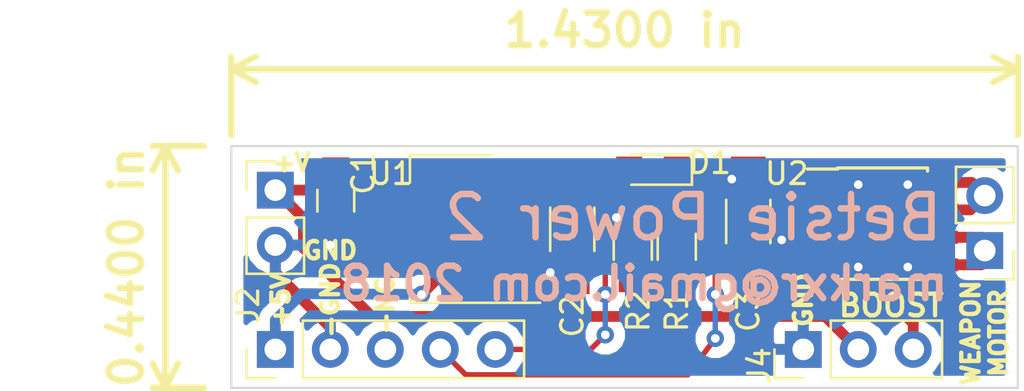
<source format=kicad_pcb>
(kicad_pcb (version 20171130) (host pcbnew "(5.0.1)-3")

  (general
    (thickness 1.6)
    (drawings 17)
    (tracks 88)
    (zones 0)
    (modules 12)
    (nets 12)
  )

  (page A4)
  (title_block
    (title Betsiepower2)
    (date 2018-11-11)
  )

  (layers
    (0 F.Cu signal)
    (31 B.Cu signal)
    (32 B.Adhes user)
    (33 F.Adhes user)
    (34 B.Paste user)
    (35 F.Paste user)
    (36 B.SilkS user)
    (37 F.SilkS user)
    (38 B.Mask user)
    (39 F.Mask user)
    (40 Dwgs.User user)
    (41 Cmts.User user)
    (42 Eco1.User user)
    (43 Eco2.User user)
    (44 Edge.Cuts user)
    (45 Margin user)
    (46 B.CrtYd user)
    (47 F.CrtYd user)
    (48 B.Fab user)
    (49 F.Fab user)
  )

  (setup
    (last_trace_width 0.25)
    (user_trace_width 0.5)
    (trace_clearance 0.2)
    (zone_clearance 0.508)
    (zone_45_only no)
    (trace_min 0.2)
    (segment_width 0.2)
    (edge_width 0.1)
    (via_size 0.8)
    (via_drill 0.4)
    (via_min_size 0.4)
    (via_min_drill 0.3)
    (uvia_size 0.3)
    (uvia_drill 0.1)
    (uvias_allowed no)
    (uvia_min_size 0.2)
    (uvia_min_drill 0.1)
    (pcb_text_width 0.3)
    (pcb_text_size 1.5 1.5)
    (mod_edge_width 0.15)
    (mod_text_size 1 1)
    (mod_text_width 0.15)
    (pad_size 0.6 0.6)
    (pad_drill 0.3)
    (pad_to_mask_clearance 0)
    (solder_mask_min_width 0.25)
    (aux_axis_origin 0 0)
    (visible_elements 7FFDFFFF)
    (pcbplotparams
      (layerselection 0x010fc_ffffffff)
      (usegerberextensions false)
      (usegerberattributes false)
      (usegerberadvancedattributes false)
      (creategerberjobfile false)
      (excludeedgelayer true)
      (linewidth 0.100000)
      (plotframeref false)
      (viasonmask false)
      (mode 1)
      (useauxorigin false)
      (hpglpennumber 1)
      (hpglpenspeed 20)
      (hpglpendiameter 15.000000)
      (psnegative false)
      (psa4output false)
      (plotreference true)
      (plotvalue true)
      (plotinvisibletext false)
      (padsonsilk false)
      (subtractmaskfromsilk false)
      (outputformat 1)
      (mirror false)
      (drillshape 0)
      (scaleselection 1)
      (outputdirectory "plot/"))
  )

  (net 0 "")
  (net 1 GND)
  (net 2 VBAT)
  (net 3 VLOGIC)
  (net 4 VWEAPON)
  (net 5 "Net-(D1-Pad1)")
  (net 6 WEAPON_DOWN)
  (net 7 WEAPON_UP)
  (net 8 "Net-(J3-Pad1)")
  (net 9 "Net-(J3-Pad2)")
  (net 10 "Net-(R1-Pad2)")
  (net 11 "Net-(J2-Pad3)")

  (net_class Default "This is the default net class."
    (clearance 0.2)
    (trace_width 0.25)
    (via_dia 0.8)
    (via_drill 0.4)
    (uvia_dia 0.3)
    (uvia_drill 0.1)
    (add_net GND)
    (add_net "Net-(D1-Pad1)")
    (add_net "Net-(J2-Pad3)")
    (add_net "Net-(J3-Pad1)")
    (add_net "Net-(J3-Pad2)")
    (add_net "Net-(R1-Pad2)")
    (add_net VBAT)
    (add_net VLOGIC)
    (add_net VWEAPON)
    (add_net WEAPON_DOWN)
    (add_net WEAPON_UP)
  )

  (net_class fat ""
    (clearance 0.2)
    (trace_width 0.5)
    (via_dia 0.8)
    (via_drill 0.4)
    (uvia_dia 0.3)
    (uvia_drill 0.1)
  )

  (module Capacitors_SMD:C_0805_HandSoldering (layer F.Cu) (tedit 58AA84A8) (tstamp 5BE54E76)
    (at 137.16 92.182 270)
    (descr "Capacitor SMD 0805, hand soldering")
    (tags "capacitor 0805")
    (path /5BE49D98)
    (attr smd)
    (fp_text reference C1 (at -1.25 -1.27 270) (layer F.SilkS)
      (effects (font (size 1 1) (thickness 0.15)))
    )
    (fp_text value 10uF (at 0 1.75 270) (layer F.Fab)
      (effects (font (size 1 1) (thickness 0.15)))
    )
    (fp_line (start 2.25 0.87) (end -2.25 0.87) (layer F.CrtYd) (width 0.05))
    (fp_line (start 2.25 0.87) (end 2.25 -0.88) (layer F.CrtYd) (width 0.05))
    (fp_line (start -2.25 -0.88) (end -2.25 0.87) (layer F.CrtYd) (width 0.05))
    (fp_line (start -2.25 -0.88) (end 2.25 -0.88) (layer F.CrtYd) (width 0.05))
    (fp_line (start -0.5 0.85) (end 0.5 0.85) (layer F.SilkS) (width 0.12))
    (fp_line (start 0.5 -0.85) (end -0.5 -0.85) (layer F.SilkS) (width 0.12))
    (fp_line (start -1 -0.62) (end 1 -0.62) (layer F.Fab) (width 0.1))
    (fp_line (start 1 -0.62) (end 1 0.62) (layer F.Fab) (width 0.1))
    (fp_line (start 1 0.62) (end -1 0.62) (layer F.Fab) (width 0.1))
    (fp_line (start -1 0.62) (end -1 -0.62) (layer F.Fab) (width 0.1))
    (fp_text user %R (at 0 -1.75 270) (layer F.Fab)
      (effects (font (size 1 1) (thickness 0.15)))
    )
    (pad 2 smd rect (at 1.25 0 270) (size 1.5 1.25) (layers F.Cu F.Paste F.Mask)
      (net 1 GND))
    (pad 1 smd rect (at -1.25 0 270) (size 1.5 1.25) (layers F.Cu F.Paste F.Mask)
      (net 2 VBAT))
    (model Capacitors_SMD.3dshapes/C_0805.wrl
      (at (xyz 0 0 0))
      (scale (xyz 1 1 1))
      (rotate (xyz 0 0 0))
    )
  )

  (module Capacitors_SMD:C_1206_HandSoldering (layer F.Cu) (tedit 58AA84D1) (tstamp 5BE548CC)
    (at 148.082 93.504 270)
    (descr "Capacitor SMD 1206, hand soldering")
    (tags "capacitor 1206")
    (path /5BE4A034)
    (attr smd)
    (fp_text reference C2 (at 4.032 0 270) (layer F.SilkS)
      (effects (font (size 1 1) (thickness 0.15)))
    )
    (fp_text value 47uF (at 0 2 270) (layer F.Fab)
      (effects (font (size 1 1) (thickness 0.15)))
    )
    (fp_line (start 3.25 1.05) (end -3.25 1.05) (layer F.CrtYd) (width 0.05))
    (fp_line (start 3.25 1.05) (end 3.25 -1.05) (layer F.CrtYd) (width 0.05))
    (fp_line (start -3.25 -1.05) (end -3.25 1.05) (layer F.CrtYd) (width 0.05))
    (fp_line (start -3.25 -1.05) (end 3.25 -1.05) (layer F.CrtYd) (width 0.05))
    (fp_line (start -1 1.02) (end 1 1.02) (layer F.SilkS) (width 0.12))
    (fp_line (start 1 -1.02) (end -1 -1.02) (layer F.SilkS) (width 0.12))
    (fp_line (start -1.6 -0.8) (end 1.6 -0.8) (layer F.Fab) (width 0.1))
    (fp_line (start 1.6 -0.8) (end 1.6 0.8) (layer F.Fab) (width 0.1))
    (fp_line (start 1.6 0.8) (end -1.6 0.8) (layer F.Fab) (width 0.1))
    (fp_line (start -1.6 0.8) (end -1.6 -0.8) (layer F.Fab) (width 0.1))
    (fp_text user %R (at 0 -1.75 270) (layer F.Fab)
      (effects (font (size 1 1) (thickness 0.15)))
    )
    (pad 2 smd rect (at 2 0 270) (size 2 1.6) (layers F.Cu F.Paste F.Mask)
      (net 1 GND))
    (pad 1 smd rect (at -2 0 270) (size 2 1.6) (layers F.Cu F.Paste F.Mask)
      (net 3 VLOGIC))
    (model Capacitors_SMD.3dshapes/C_1206.wrl
      (at (xyz 0 0 0))
      (scale (xyz 1 1 1))
      (rotate (xyz 0 0 0))
    )
  )

  (module Capacitors_SMD:C_1206_HandSoldering (layer F.Cu) (tedit 58AA84D1) (tstamp 5BE548DD)
    (at 156.21 93.144 90)
    (descr "Capacitor SMD 1206, hand soldering")
    (tags "capacitor 1206")
    (path /5BE56BBA)
    (attr smd)
    (fp_text reference C3 (at -4.138 0 90) (layer F.SilkS)
      (effects (font (size 1 1) (thickness 0.15)))
    )
    (fp_text value 47uF (at 0 2 90) (layer F.Fab)
      (effects (font (size 1 1) (thickness 0.15)))
    )
    (fp_text user %R (at 0 -1.75 90) (layer F.Fab)
      (effects (font (size 1 1) (thickness 0.15)))
    )
    (fp_line (start -1.6 0.8) (end -1.6 -0.8) (layer F.Fab) (width 0.1))
    (fp_line (start 1.6 0.8) (end -1.6 0.8) (layer F.Fab) (width 0.1))
    (fp_line (start 1.6 -0.8) (end 1.6 0.8) (layer F.Fab) (width 0.1))
    (fp_line (start -1.6 -0.8) (end 1.6 -0.8) (layer F.Fab) (width 0.1))
    (fp_line (start 1 -1.02) (end -1 -1.02) (layer F.SilkS) (width 0.12))
    (fp_line (start -1 1.02) (end 1 1.02) (layer F.SilkS) (width 0.12))
    (fp_line (start -3.25 -1.05) (end 3.25 -1.05) (layer F.CrtYd) (width 0.05))
    (fp_line (start -3.25 -1.05) (end -3.25 1.05) (layer F.CrtYd) (width 0.05))
    (fp_line (start 3.25 1.05) (end 3.25 -1.05) (layer F.CrtYd) (width 0.05))
    (fp_line (start 3.25 1.05) (end -3.25 1.05) (layer F.CrtYd) (width 0.05))
    (pad 1 smd rect (at -2 0 90) (size 2 1.6) (layers F.Cu F.Paste F.Mask)
      (net 4 VWEAPON))
    (pad 2 smd rect (at 2 0 90) (size 2 1.6) (layers F.Cu F.Paste F.Mask)
      (net 1 GND))
    (model Capacitors_SMD.3dshapes/C_1206.wrl
      (at (xyz 0 0 0))
      (scale (xyz 1 1 1))
      (rotate (xyz 0 0 0))
    )
  )

  (module LEDs:LED_0805 (layer F.Cu) (tedit 59959803) (tstamp 5BE548F3)
    (at 151.808 90.744 180)
    (descr "LED 0805 smd package")
    (tags "LED led 0805 SMD smd SMT smt smdled SMDLED smtled SMTLED")
    (path /5BE50E5B)
    (attr smd)
    (fp_text reference D1 (at -2.624 0.32 180) (layer F.SilkS)
      (effects (font (size 1 1) (thickness 0.15)))
    )
    (fp_text value LED (at 0 1.55 180) (layer F.Fab)
      (effects (font (size 1 1) (thickness 0.15)))
    )
    (fp_text user %R (at 0 -1.25 180) (layer F.Fab)
      (effects (font (size 0.4 0.4) (thickness 0.1)))
    )
    (fp_line (start -1.95 -0.85) (end 1.95 -0.85) (layer F.CrtYd) (width 0.05))
    (fp_line (start -1.95 0.85) (end -1.95 -0.85) (layer F.CrtYd) (width 0.05))
    (fp_line (start 1.95 0.85) (end -1.95 0.85) (layer F.CrtYd) (width 0.05))
    (fp_line (start 1.95 -0.85) (end 1.95 0.85) (layer F.CrtYd) (width 0.05))
    (fp_line (start -1.8 -0.7) (end 1 -0.7) (layer F.SilkS) (width 0.12))
    (fp_line (start -1.8 0.7) (end 1 0.7) (layer F.SilkS) (width 0.12))
    (fp_line (start -1 0.6) (end -1 -0.6) (layer F.Fab) (width 0.1))
    (fp_line (start -1 -0.6) (end 1 -0.6) (layer F.Fab) (width 0.1))
    (fp_line (start 1 -0.6) (end 1 0.6) (layer F.Fab) (width 0.1))
    (fp_line (start 1 0.6) (end -1 0.6) (layer F.Fab) (width 0.1))
    (fp_line (start 0.2 -0.4) (end 0.2 0.4) (layer F.Fab) (width 0.1))
    (fp_line (start 0.2 0.4) (end -0.4 0) (layer F.Fab) (width 0.1))
    (fp_line (start -0.4 0) (end 0.2 -0.4) (layer F.Fab) (width 0.1))
    (fp_line (start -0.4 -0.4) (end -0.4 0.4) (layer F.Fab) (width 0.1))
    (fp_line (start -1.8 -0.7) (end -1.8 0.7) (layer F.SilkS) (width 0.12))
    (pad 1 smd rect (at -1.1 0) (size 1.2 1.2) (layers F.Cu F.Paste F.Mask)
      (net 5 "Net-(D1-Pad1)"))
    (pad 2 smd rect (at 1.1 0) (size 1.2 1.2) (layers F.Cu F.Paste F.Mask)
      (net 3 VLOGIC))
    (model ${KISYS3DMOD}/LEDs.3dshapes/LED_0805.wrl
      (at (xyz 0 0 0))
      (scale (xyz 1 1 1))
      (rotate (xyz 0 0 180))
    )
  )

  (module Pin_Headers:Pin_Header_Straight_1x02_Pitch2.54mm (layer F.Cu) (tedit 5BE56B17) (tstamp 5BE54909)
    (at 134.366 91.694)
    (descr "Through hole straight pin header, 1x02, 2.54mm pitch, single row")
    (tags "Through hole pin header THT 1x02 2.54mm single row")
    (path /5BE49BC0)
    (fp_text reference J1 (at 1.524 -1.27) (layer F.SilkS) hide
      (effects (font (size 1 1) (thickness 0.15)))
    )
    (fp_text value Conn_01x02_Male (at 0 4.87) (layer F.Fab)
      (effects (font (size 1 1) (thickness 0.15)))
    )
    (fp_text user %R (at 0 1.27 90) (layer F.Fab)
      (effects (font (size 1 1) (thickness 0.15)))
    )
    (fp_line (start 1.8 -1.8) (end -1.8 -1.8) (layer F.CrtYd) (width 0.05))
    (fp_line (start 1.8 4.35) (end 1.8 -1.8) (layer F.CrtYd) (width 0.05))
    (fp_line (start -1.8 4.35) (end 1.8 4.35) (layer F.CrtYd) (width 0.05))
    (fp_line (start -1.8 -1.8) (end -1.8 4.35) (layer F.CrtYd) (width 0.05))
    (fp_line (start -1.33 -1.33) (end 0 -1.33) (layer F.SilkS) (width 0.12))
    (fp_line (start -1.33 0) (end -1.33 -1.33) (layer F.SilkS) (width 0.12))
    (fp_line (start -1.33 1.27) (end 1.33 1.27) (layer F.SilkS) (width 0.12))
    (fp_line (start 1.33 1.27) (end 1.33 3.87) (layer F.SilkS) (width 0.12))
    (fp_line (start -1.33 1.27) (end -1.33 3.87) (layer F.SilkS) (width 0.12))
    (fp_line (start -1.33 3.87) (end 1.33 3.87) (layer F.SilkS) (width 0.12))
    (fp_line (start -1.27 -0.635) (end -0.635 -1.27) (layer F.Fab) (width 0.1))
    (fp_line (start -1.27 3.81) (end -1.27 -0.635) (layer F.Fab) (width 0.1))
    (fp_line (start 1.27 3.81) (end -1.27 3.81) (layer F.Fab) (width 0.1))
    (fp_line (start 1.27 -1.27) (end 1.27 3.81) (layer F.Fab) (width 0.1))
    (fp_line (start -0.635 -1.27) (end 1.27 -1.27) (layer F.Fab) (width 0.1))
    (pad 2 thru_hole oval (at 0 2.54) (size 1.7 1.7) (drill 1) (layers *.Cu *.Mask)
      (net 1 GND))
    (pad 1 thru_hole rect (at 0 0) (size 1.7 1.7) (drill 1) (layers *.Cu *.Mask)
      (net 2 VBAT))
    (model ${KISYS3DMOD}/Pin_Headers.3dshapes/Pin_Header_Straight_1x02_Pitch2.54mm.wrl
      (at (xyz 0 0 0))
      (scale (xyz 1 1 1))
      (rotate (xyz 0 0 0))
    )
  )

  (module Pin_Headers:Pin_Header_Straight_1x05_Pitch2.54mm (layer F.Cu) (tedit 59650532) (tstamp 5BE54922)
    (at 134.366 99.06 90)
    (descr "Through hole straight pin header, 1x05, 2.54mm pitch, single row")
    (tags "Through hole pin header THT 1x05 2.54mm single row")
    (path /5BE4B052)
    (fp_text reference J2 (at 2.032 -1.27 90) (layer F.SilkS)
      (effects (font (size 1 1) (thickness 0.15)))
    )
    (fp_text value Conn_01x05_Male (at 0 12.49 90) (layer F.Fab)
      (effects (font (size 1 1) (thickness 0.15)))
    )
    (fp_text user %R (at 0 5.08 180) (layer F.Fab)
      (effects (font (size 1 1) (thickness 0.15)))
    )
    (fp_line (start 1.8 -1.8) (end -1.8 -1.8) (layer F.CrtYd) (width 0.05))
    (fp_line (start 1.8 11.95) (end 1.8 -1.8) (layer F.CrtYd) (width 0.05))
    (fp_line (start -1.8 11.95) (end 1.8 11.95) (layer F.CrtYd) (width 0.05))
    (fp_line (start -1.8 -1.8) (end -1.8 11.95) (layer F.CrtYd) (width 0.05))
    (fp_line (start -1.33 -1.33) (end 0 -1.33) (layer F.SilkS) (width 0.12))
    (fp_line (start -1.33 0) (end -1.33 -1.33) (layer F.SilkS) (width 0.12))
    (fp_line (start -1.33 1.27) (end 1.33 1.27) (layer F.SilkS) (width 0.12))
    (fp_line (start 1.33 1.27) (end 1.33 11.49) (layer F.SilkS) (width 0.12))
    (fp_line (start -1.33 1.27) (end -1.33 11.49) (layer F.SilkS) (width 0.12))
    (fp_line (start -1.33 11.49) (end 1.33 11.49) (layer F.SilkS) (width 0.12))
    (fp_line (start -1.27 -0.635) (end -0.635 -1.27) (layer F.Fab) (width 0.1))
    (fp_line (start -1.27 11.43) (end -1.27 -0.635) (layer F.Fab) (width 0.1))
    (fp_line (start 1.27 11.43) (end -1.27 11.43) (layer F.Fab) (width 0.1))
    (fp_line (start 1.27 -1.27) (end 1.27 11.43) (layer F.Fab) (width 0.1))
    (fp_line (start -0.635 -1.27) (end 1.27 -1.27) (layer F.Fab) (width 0.1))
    (pad 5 thru_hole oval (at 0 10.16 90) (size 1.7 1.7) (drill 1) (layers *.Cu *.Mask)
      (net 6 WEAPON_DOWN))
    (pad 4 thru_hole oval (at 0 7.62 90) (size 1.7 1.7) (drill 1) (layers *.Cu *.Mask)
      (net 7 WEAPON_UP))
    (pad 3 thru_hole oval (at 0 5.08 90) (size 1.7 1.7) (drill 1) (layers *.Cu *.Mask)
      (net 11 "Net-(J2-Pad3)"))
    (pad 2 thru_hole oval (at 0 2.54 90) (size 1.7 1.7) (drill 1) (layers *.Cu *.Mask)
      (net 1 GND))
    (pad 1 thru_hole rect (at 0 0 90) (size 1.7 1.7) (drill 1) (layers *.Cu *.Mask)
      (net 3 VLOGIC))
    (model ${KISYS3DMOD}/Pin_Headers.3dshapes/Pin_Header_Straight_1x05_Pitch2.54mm.wrl
      (at (xyz 0 0 0))
      (scale (xyz 1 1 1))
      (rotate (xyz 0 0 0))
    )
  )

  (module Pin_Headers:Pin_Header_Straight_1x02_Pitch2.54mm (layer F.Cu) (tedit 5BE56B3F) (tstamp 5BE5F7A2)
    (at 167.132 94.488 180)
    (descr "Through hole straight pin header, 1x02, 2.54mm pitch, single row")
    (tags "Through hole pin header THT 1x02 2.54mm single row")
    (path /5BE516BA)
    (fp_text reference J3 (at 0 -2.33 180) (layer F.SilkS) hide
      (effects (font (size 1 1) (thickness 0.15)))
    )
    (fp_text value Conn_01x02_Male (at 0 4.87 180) (layer F.Fab)
      (effects (font (size 1 1) (thickness 0.15)))
    )
    (fp_text user %R (at 0 1.27 270) (layer F.Fab)
      (effects (font (size 1 1) (thickness 0.15)))
    )
    (fp_line (start 1.8 -1.8) (end -1.8 -1.8) (layer F.CrtYd) (width 0.05))
    (fp_line (start 1.8 4.35) (end 1.8 -1.8) (layer F.CrtYd) (width 0.05))
    (fp_line (start -1.8 4.35) (end 1.8 4.35) (layer F.CrtYd) (width 0.05))
    (fp_line (start -1.8 -1.8) (end -1.8 4.35) (layer F.CrtYd) (width 0.05))
    (fp_line (start -1.33 -1.33) (end 0 -1.33) (layer F.SilkS) (width 0.12))
    (fp_line (start -1.33 0) (end -1.33 -1.33) (layer F.SilkS) (width 0.12))
    (fp_line (start -1.33 1.27) (end 1.33 1.27) (layer F.SilkS) (width 0.12))
    (fp_line (start 1.33 1.27) (end 1.33 3.87) (layer F.SilkS) (width 0.12))
    (fp_line (start -1.33 1.27) (end -1.33 3.87) (layer F.SilkS) (width 0.12))
    (fp_line (start -1.33 3.87) (end 1.33 3.87) (layer F.SilkS) (width 0.12))
    (fp_line (start -1.27 -0.635) (end -0.635 -1.27) (layer F.Fab) (width 0.1))
    (fp_line (start -1.27 3.81) (end -1.27 -0.635) (layer F.Fab) (width 0.1))
    (fp_line (start 1.27 3.81) (end -1.27 3.81) (layer F.Fab) (width 0.1))
    (fp_line (start 1.27 -1.27) (end 1.27 3.81) (layer F.Fab) (width 0.1))
    (fp_line (start -0.635 -1.27) (end 1.27 -1.27) (layer F.Fab) (width 0.1))
    (pad 2 thru_hole oval (at 0 2.54 180) (size 1.7 1.7) (drill 1) (layers *.Cu *.Mask)
      (net 9 "Net-(J3-Pad2)"))
    (pad 1 thru_hole rect (at 0 0 180) (size 1.7 1.7) (drill 1) (layers *.Cu *.Mask)
      (net 8 "Net-(J3-Pad1)"))
    (model ${KISYS3DMOD}/Pin_Headers.3dshapes/Pin_Header_Straight_1x02_Pitch2.54mm.wrl
      (at (xyz 0 0 0))
      (scale (xyz 1 1 1))
      (rotate (xyz 0 0 0))
    )
  )

  (module Pin_Headers:Pin_Header_Straight_1x03_Pitch2.54mm (layer F.Cu) (tedit 59650532) (tstamp 5BE5494F)
    (at 158.75 99.06 90)
    (descr "Through hole straight pin header, 1x03, 2.54mm pitch, single row")
    (tags "Through hole pin header THT 1x03 2.54mm single row")
    (path /5BE590A4)
    (fp_text reference J4 (at -0.762 -2.032 90) (layer F.SilkS)
      (effects (font (size 1 1) (thickness 0.15)))
    )
    (fp_text value Conn_01x03_Male (at 0 7.41 90) (layer F.Fab)
      (effects (font (size 1 1) (thickness 0.15)))
    )
    (fp_text user %R (at 0 2.54 180) (layer F.Fab)
      (effects (font (size 1 1) (thickness 0.15)))
    )
    (fp_line (start 1.8 -1.8) (end -1.8 -1.8) (layer F.CrtYd) (width 0.05))
    (fp_line (start 1.8 6.85) (end 1.8 -1.8) (layer F.CrtYd) (width 0.05))
    (fp_line (start -1.8 6.85) (end 1.8 6.85) (layer F.CrtYd) (width 0.05))
    (fp_line (start -1.8 -1.8) (end -1.8 6.85) (layer F.CrtYd) (width 0.05))
    (fp_line (start -1.33 -1.33) (end 0 -1.33) (layer F.SilkS) (width 0.12))
    (fp_line (start -1.33 0) (end -1.33 -1.33) (layer F.SilkS) (width 0.12))
    (fp_line (start -1.33 1.27) (end 1.33 1.27) (layer F.SilkS) (width 0.12))
    (fp_line (start 1.33 1.27) (end 1.33 6.41) (layer F.SilkS) (width 0.12))
    (fp_line (start -1.33 1.27) (end -1.33 6.41) (layer F.SilkS) (width 0.12))
    (fp_line (start -1.33 6.41) (end 1.33 6.41) (layer F.SilkS) (width 0.12))
    (fp_line (start -1.27 -0.635) (end -0.635 -1.27) (layer F.Fab) (width 0.1))
    (fp_line (start -1.27 6.35) (end -1.27 -0.635) (layer F.Fab) (width 0.1))
    (fp_line (start 1.27 6.35) (end -1.27 6.35) (layer F.Fab) (width 0.1))
    (fp_line (start 1.27 -1.27) (end 1.27 6.35) (layer F.Fab) (width 0.1))
    (fp_line (start -0.635 -1.27) (end 1.27 -1.27) (layer F.Fab) (width 0.1))
    (pad 3 thru_hole oval (at 0 5.08 90) (size 1.7 1.7) (drill 1) (layers *.Cu *.Mask)
      (net 4 VWEAPON))
    (pad 2 thru_hole oval (at 0 2.54 90) (size 1.7 1.7) (drill 1) (layers *.Cu *.Mask)
      (net 2 VBAT))
    (pad 1 thru_hole rect (at 0 0 90) (size 1.7 1.7) (drill 1) (layers *.Cu *.Mask)
      (net 1 GND))
    (model ${KISYS3DMOD}/Pin_Headers.3dshapes/Pin_Header_Straight_1x03_Pitch2.54mm.wrl
      (at (xyz 0 0 0))
      (scale (xyz 1 1 1))
      (rotate (xyz 0 0 0))
    )
  )

  (module Resistors_SMD:R_0805_HandSoldering (layer F.Cu) (tedit 58E0A804) (tstamp 5BE54960)
    (at 152.908 94.314 270)
    (descr "Resistor SMD 0805, hand soldering")
    (tags "resistor 0805")
    (path /5BE50F1A)
    (attr smd)
    (fp_text reference R1 (at 2.968 0 90) (layer F.SilkS)
      (effects (font (size 1 1) (thickness 0.15)))
    )
    (fp_text value 68 (at 0 1.75 270) (layer F.Fab)
      (effects (font (size 1 1) (thickness 0.15)))
    )
    (fp_line (start 2.35 0.9) (end -2.35 0.9) (layer F.CrtYd) (width 0.05))
    (fp_line (start 2.35 0.9) (end 2.35 -0.9) (layer F.CrtYd) (width 0.05))
    (fp_line (start -2.35 -0.9) (end -2.35 0.9) (layer F.CrtYd) (width 0.05))
    (fp_line (start -2.35 -0.9) (end 2.35 -0.9) (layer F.CrtYd) (width 0.05))
    (fp_line (start -0.6 -0.88) (end 0.6 -0.88) (layer F.SilkS) (width 0.12))
    (fp_line (start 0.6 0.88) (end -0.6 0.88) (layer F.SilkS) (width 0.12))
    (fp_line (start -1 -0.62) (end 1 -0.62) (layer F.Fab) (width 0.1))
    (fp_line (start 1 -0.62) (end 1 0.62) (layer F.Fab) (width 0.1))
    (fp_line (start 1 0.62) (end -1 0.62) (layer F.Fab) (width 0.1))
    (fp_line (start -1 0.62) (end -1 -0.62) (layer F.Fab) (width 0.1))
    (fp_text user %R (at 0 0 270) (layer F.Fab)
      (effects (font (size 0.5 0.5) (thickness 0.075)))
    )
    (pad 2 smd rect (at 1.35 0 270) (size 1.5 1.3) (layers F.Cu F.Paste F.Mask)
      (net 10 "Net-(R1-Pad2)"))
    (pad 1 smd rect (at -1.35 0 270) (size 1.5 1.3) (layers F.Cu F.Paste F.Mask)
      (net 5 "Net-(D1-Pad1)"))
    (model ${KISYS3DMOD}/Resistors_SMD.3dshapes/R_0805.wrl
      (at (xyz 0 0 0))
      (scale (xyz 1 1 1))
      (rotate (xyz 0 0 0))
    )
  )

  (module Resistors_SMD:R_0805_HandSoldering (layer F.Cu) (tedit 58E0A804) (tstamp 5BE54971)
    (at 150.876 94.314 90)
    (descr "Resistor SMD 0805, hand soldering")
    (tags "resistor 0805")
    (path /5BE50FC9)
    (attr smd)
    (fp_text reference R2 (at -2.968 0.254 90) (layer F.SilkS)
      (effects (font (size 1 1) (thickness 0.15)))
    )
    (fp_text value 68 (at 0 1.75 90) (layer F.Fab)
      (effects (font (size 1 1) (thickness 0.15)))
    )
    (fp_text user %R (at 0 0 90) (layer F.Fab)
      (effects (font (size 0.5 0.5) (thickness 0.075)))
    )
    (fp_line (start -1 0.62) (end -1 -0.62) (layer F.Fab) (width 0.1))
    (fp_line (start 1 0.62) (end -1 0.62) (layer F.Fab) (width 0.1))
    (fp_line (start 1 -0.62) (end 1 0.62) (layer F.Fab) (width 0.1))
    (fp_line (start -1 -0.62) (end 1 -0.62) (layer F.Fab) (width 0.1))
    (fp_line (start 0.6 0.88) (end -0.6 0.88) (layer F.SilkS) (width 0.12))
    (fp_line (start -0.6 -0.88) (end 0.6 -0.88) (layer F.SilkS) (width 0.12))
    (fp_line (start -2.35 -0.9) (end 2.35 -0.9) (layer F.CrtYd) (width 0.05))
    (fp_line (start -2.35 -0.9) (end -2.35 0.9) (layer F.CrtYd) (width 0.05))
    (fp_line (start 2.35 0.9) (end 2.35 -0.9) (layer F.CrtYd) (width 0.05))
    (fp_line (start 2.35 0.9) (end -2.35 0.9) (layer F.CrtYd) (width 0.05))
    (pad 1 smd rect (at -1.35 0 90) (size 1.5 1.3) (layers F.Cu F.Paste F.Mask)
      (net 10 "Net-(R1-Pad2)"))
    (pad 2 smd rect (at 1.35 0 90) (size 1.5 1.3) (layers F.Cu F.Paste F.Mask)
      (net 1 GND))
    (model ${KISYS3DMOD}/Resistors_SMD.3dshapes/R_0805.wrl
      (at (xyz 0 0 0))
      (scale (xyz 1 1 1))
      (rotate (xyz 0 0 0))
    )
  )

  (module TO_SOT_Packages_SMD:SOT-223 (layer F.Cu) (tedit 58CE4E7E) (tstamp 5BE54F23)
    (at 142.494 93.494 180)
    (descr "module CMS SOT223 4 pins")
    (tags "CMS SOT")
    (path /5BE49AE9)
    (attr smd)
    (fp_text reference U1 (at 2.794 2.562 180) (layer F.SilkS)
      (effects (font (size 1 1) (thickness 0.15)))
    )
    (fp_text value AZ1117-5.0 (at 0 4.5 180) (layer F.Fab)
      (effects (font (size 1 1) (thickness 0.15)))
    )
    (fp_line (start 1.85 -3.35) (end 1.85 3.35) (layer F.Fab) (width 0.1))
    (fp_line (start -1.85 3.35) (end 1.85 3.35) (layer F.Fab) (width 0.1))
    (fp_line (start -4.1 -3.41) (end 1.91 -3.41) (layer F.SilkS) (width 0.12))
    (fp_line (start -0.8 -3.35) (end 1.85 -3.35) (layer F.Fab) (width 0.1))
    (fp_line (start -1.85 3.41) (end 1.91 3.41) (layer F.SilkS) (width 0.12))
    (fp_line (start -1.85 -2.3) (end -1.85 3.35) (layer F.Fab) (width 0.1))
    (fp_line (start -4.4 -3.6) (end -4.4 3.6) (layer F.CrtYd) (width 0.05))
    (fp_line (start -4.4 3.6) (end 4.4 3.6) (layer F.CrtYd) (width 0.05))
    (fp_line (start 4.4 3.6) (end 4.4 -3.6) (layer F.CrtYd) (width 0.05))
    (fp_line (start 4.4 -3.6) (end -4.4 -3.6) (layer F.CrtYd) (width 0.05))
    (fp_line (start 1.91 -3.41) (end 1.91 -2.15) (layer F.SilkS) (width 0.12))
    (fp_line (start 1.91 3.41) (end 1.91 2.15) (layer F.SilkS) (width 0.12))
    (fp_line (start -1.85 -2.3) (end -0.8 -3.35) (layer F.Fab) (width 0.1))
    (fp_text user %R (at 0 0 270) (layer F.Fab)
      (effects (font (size 0.8 0.8) (thickness 0.12)))
    )
    (pad 1 smd rect (at -3.15 -2.3 180) (size 2 1.5) (layers F.Cu F.Paste F.Mask)
      (net 1 GND))
    (pad 3 smd rect (at -3.15 2.3 180) (size 2 1.5) (layers F.Cu F.Paste F.Mask)
      (net 2 VBAT))
    (pad 2 smd rect (at -3.15 0 180) (size 2 1.5) (layers F.Cu F.Paste F.Mask)
      (net 3 VLOGIC))
    (pad 4 smd rect (at 3.15 0 180) (size 2 3.8) (layers F.Cu F.Paste F.Mask))
    (model ${KISYS3DMOD}/TO_SOT_Packages_SMD.3dshapes/SOT-223.wrl
      (at (xyz 0 0 0))
      (scale (xyz 1 1 1))
      (rotate (xyz 0 0 0))
    )
  )

  (module Housings_SOIC:SOIC-8_3.9x4.9mm_Pitch1.27mm (layer F.Cu) (tedit 58CD0CDA) (tstamp 5BE5F534)
    (at 162.416 93.244)
    (descr "8-Lead Plastic Small Outline (SN) - Narrow, 3.90 mm Body [SOIC] (see Microchip Packaging Specification 00000049BS.pdf)")
    (tags "SOIC 1.27")
    (path /5BE5501F)
    (attr smd)
    (fp_text reference U2 (at -4.428 -2.312) (layer F.SilkS)
      (effects (font (size 1 1) (thickness 0.15)))
    )
    (fp_text value RZ7899 (at 0 3.5) (layer F.Fab)
      (effects (font (size 1 1) (thickness 0.15)))
    )
    (fp_line (start -2.075 -2.525) (end -3.475 -2.525) (layer F.SilkS) (width 0.15))
    (fp_line (start -2.075 2.575) (end 2.075 2.575) (layer F.SilkS) (width 0.15))
    (fp_line (start -2.075 -2.575) (end 2.075 -2.575) (layer F.SilkS) (width 0.15))
    (fp_line (start -2.075 2.575) (end -2.075 2.43) (layer F.SilkS) (width 0.15))
    (fp_line (start 2.075 2.575) (end 2.075 2.43) (layer F.SilkS) (width 0.15))
    (fp_line (start 2.075 -2.575) (end 2.075 -2.43) (layer F.SilkS) (width 0.15))
    (fp_line (start -2.075 -2.575) (end -2.075 -2.525) (layer F.SilkS) (width 0.15))
    (fp_line (start -3.73 2.7) (end 3.73 2.7) (layer F.CrtYd) (width 0.05))
    (fp_line (start -3.73 -2.7) (end 3.73 -2.7) (layer F.CrtYd) (width 0.05))
    (fp_line (start 3.73 -2.7) (end 3.73 2.7) (layer F.CrtYd) (width 0.05))
    (fp_line (start -3.73 -2.7) (end -3.73 2.7) (layer F.CrtYd) (width 0.05))
    (fp_line (start -1.95 -1.45) (end -0.95 -2.45) (layer F.Fab) (width 0.1))
    (fp_line (start -1.95 2.45) (end -1.95 -1.45) (layer F.Fab) (width 0.1))
    (fp_line (start 1.95 2.45) (end -1.95 2.45) (layer F.Fab) (width 0.1))
    (fp_line (start 1.95 -2.45) (end 1.95 2.45) (layer F.Fab) (width 0.1))
    (fp_line (start -0.95 -2.45) (end 1.95 -2.45) (layer F.Fab) (width 0.1))
    (fp_text user %R (at 0 0) (layer F.Fab)
      (effects (font (size 1 1) (thickness 0.15)))
    )
    (pad 8 smd rect (at 2.7 -1.905) (size 1.55 0.6) (layers F.Cu F.Paste F.Mask)
      (net 9 "Net-(J3-Pad2)"))
    (pad 7 smd rect (at 2.7 -0.635) (size 1.55 0.6) (layers F.Cu F.Paste F.Mask)
      (net 9 "Net-(J3-Pad2)"))
    (pad 6 smd rect (at 2.7 0.635) (size 1.55 0.6) (layers F.Cu F.Paste F.Mask)
      (net 8 "Net-(J3-Pad1)"))
    (pad 5 smd rect (at 2.7 1.905) (size 1.55 0.6) (layers F.Cu F.Paste F.Mask)
      (net 8 "Net-(J3-Pad1)"))
    (pad 4 smd rect (at -2.7 1.905) (size 1.55 0.6) (layers F.Cu F.Paste F.Mask)
      (net 4 VWEAPON))
    (pad 3 smd rect (at -2.7 0.635) (size 1.55 0.6) (layers F.Cu F.Paste F.Mask)
      (net 1 GND))
    (pad 2 smd rect (at -2.7 -0.635) (size 1.55 0.6) (layers F.Cu F.Paste F.Mask)
      (net 7 WEAPON_UP))
    (pad 1 smd rect (at -2.7 -1.905) (size 1.55 0.6) (layers F.Cu F.Paste F.Mask)
      (net 6 WEAPON_DOWN))
    (model ${KISYS3DMOD}/Housings_SOIC.3dshapes/SOIC-8_3.9x4.9mm_Pitch1.27mm.wrl
      (at (xyz 0 0 0))
      (scale (xyz 1 1 1))
      (rotate (xyz 0 0 0))
    )
  )

  (gr_text "Betsie Power 2" (at 153.67 92.964) (layer B.SilkS)
    (effects (font (size 2 2) (thickness 0.3)) (justify mirror))
  )
  (gr_text "markxr@gmail.com 2018" (at 151.384 96.012) (layer B.SilkS)
    (effects (font (size 1.5 1.5) (thickness 0.3)) (justify mirror))
  )
  (gr_poly (pts (xy 163.576 91.44) (xy 161.29 91.44) (xy 161.29 95.25) (xy 163.576 95.25)) (layer F.Mask) (width 0.15))
  (gr_text +V (at 135.128 90.424) (layer F.SilkS) (tstamp 5BE56B0D)
    (effects (font (size 0.8 0.8) (thickness 0.2)))
  )
  (gr_text GND (at 136.906 94.488) (layer F.SilkS) (tstamp 5BE56B07)
    (effects (font (size 0.8 0.8) (thickness 0.2)))
  )
  (dimension 11.176 (width 0.3) (layer F.SilkS)
    (gr_text "11.176 mm" (at 127.186 95.25 270) (layer F.SilkS)
      (effects (font (size 1.5 1.5) (thickness 0.3)))
    )
    (feature1 (pts (xy 131.064 100.838) (xy 128.699579 100.838)))
    (feature2 (pts (xy 131.064 89.662) (xy 128.699579 89.662)))
    (crossbar (pts (xy 129.286 89.662) (xy 129.286 100.838)))
    (arrow1a (pts (xy 129.286 100.838) (xy 128.699579 99.711496)))
    (arrow1b (pts (xy 129.286 100.838) (xy 129.872421 99.711496)))
    (arrow2a (pts (xy 129.286 89.662) (xy 128.699579 90.788504)))
    (arrow2b (pts (xy 129.286 89.662) (xy 129.872421 90.788504)))
  )
  (dimension 36.322 (width 0.3) (layer F.SilkS)
    (gr_text "36.322 mm" (at 150.495 84.006) (layer F.SilkS)
      (effects (font (size 1.5 1.5) (thickness 0.3)))
    )
    (feature1 (pts (xy 132.334 89.154) (xy 132.334 85.519579)))
    (feature2 (pts (xy 168.656 89.154) (xy 168.656 85.519579)))
    (crossbar (pts (xy 168.656 86.106) (xy 132.334 86.106)))
    (arrow1a (pts (xy 132.334 86.106) (xy 133.460504 85.519579)))
    (arrow1b (pts (xy 132.334 86.106) (xy 133.460504 86.692421)))
    (arrow2a (pts (xy 168.656 86.106) (xy 167.529496 85.519579)))
    (arrow2b (pts (xy 168.656 86.106) (xy 167.529496 86.692421)))
  )
  (gr_text "WEAPON\nMOTOR" (at 167.132 98.298 90) (layer F.SilkS) (tstamp 5BE5FA52)
    (effects (font (size 0.8 0.8) (thickness 0.2)))
  )
  (gr_text BOOST (at 162.814 97.028) (layer F.SilkS) (tstamp 5BE567D4)
    (effects (font (size 1 1) (thickness 0.2)))
  )
  (gr_text GND (at 158.75 96.774 90) (layer F.SilkS) (tstamp 5BE567C4)
    (effects (font (size 0.8 0.8) (thickness 0.2)))
  )
  (gr_text -NC (at 139.446 97.028 90) (layer F.SilkS) (tstamp 5BE55960)
    (effects (font (size 0.8 0.8) (thickness 0.2)))
  )
  (gr_text -GND (at 136.906 96.774 90) (layer F.SilkS) (tstamp 5BE5595D)
    (effects (font (size 0.8 0.8) (thickness 0.2)))
  )
  (gr_text +5V (at 134.62 96.774 90) (layer F.SilkS)
    (effects (font (size 0.8 0.8) (thickness 0.2)))
  )
  (gr_line (start 132.334 100.838) (end 132.334 89.662) (layer Edge.Cuts) (width 0.1))
  (gr_line (start 168.656 100.838) (end 132.334 100.838) (layer Edge.Cuts) (width 0.1))
  (gr_line (start 168.656 89.662) (end 168.656 100.838) (layer Edge.Cuts) (width 0.1))
  (gr_line (start 132.334 89.662) (end 168.656 89.662) (layer Edge.Cuts) (width 0.1))

  (via (at 155.448 91.186) (size 0.8) (drill 0.4) (layers F.Cu B.Cu) (net 1) (status 30))
  (segment (start 156.21 91.144) (end 155.49 91.144) (width 0.5) (layer F.Cu) (net 1) (status 30))
  (segment (start 155.49 91.144) (end 155.448 91.186) (width 0.5) (layer F.Cu) (net 1) (status 30))
  (via (at 150.114 92.964) (size 0.8) (drill 0.4) (layers F.Cu B.Cu) (net 1))
  (segment (start 150.876 92.964) (end 150.114 92.964) (width 0.5) (layer F.Cu) (net 1) (status 10))
  (via (at 147.066 95.504) (size 0.8) (drill 0.4) (layers F.Cu B.Cu) (net 1))
  (segment (start 148.082 95.504) (end 147.066 95.504) (width 0.5) (layer F.Cu) (net 1) (status 10))
  (segment (start 145.934 95.504) (end 145.644 95.794) (width 0.5) (layer F.Cu) (net 1) (status 30))
  (segment (start 147.066 95.504) (end 145.934 95.504) (width 0.5) (layer F.Cu) (net 1) (status 20))
  (via (at 136.906 94.234) (size 0.8) (drill 0.4) (layers F.Cu B.Cu) (net 1))
  (segment (start 136.906 93.432) (end 136.906 94.234) (width 0.5) (layer F.Cu) (net 1) (status 10))
  (via (at 157.752643 93.997662) (size 0.8) (drill 0.4) (layers F.Cu B.Cu) (net 1))
  (segment (start 157.871305 93.879) (end 157.752643 93.997662) (width 0.5) (layer F.Cu) (net 1))
  (segment (start 159.716 93.879) (end 157.871305 93.879) (width 0.5) (layer F.Cu) (net 1) (status 10))
  (segment (start 160.991 93.879) (end 161.092 93.98) (width 0.5) (layer F.Cu) (net 1))
  (segment (start 159.716 93.879) (end 160.991 93.879) (width 0.5) (layer F.Cu) (net 1) (status 10))
  (segment (start 161.092 93.98) (end 161.798 93.98) (width 0.5) (layer F.Cu) (net 1))
  (via (at 161.29 91.44) (size 0.8) (drill 0.4) (layers F.Cu B.Cu) (net 1))
  (via (at 163.576 91.44) (size 0.8) (drill 0.4) (layers F.Cu B.Cu) (net 1))
  (via (at 163.576 95.25) (size 0.8) (drill 0.4) (layers F.Cu B.Cu) (net 1))
  (via (at 161.29 95.25) (size 0.8) (drill 0.4) (layers F.Cu B.Cu) (net 1))
  (segment (start 136.906 98.044) (end 136.906 99.06) (width 0.5) (layer F.Cu) (net 1))
  (segment (start 134.366 94.234) (end 134.366 95.504) (width 0.5) (layer F.Cu) (net 1))
  (segment (start 134.366 95.504) (end 136.906 98.044) (width 0.5) (layer F.Cu) (net 1))
  (segment (start 136.144 91.694) (end 136.906 90.932) (width 0.5) (layer F.Cu) (net 2) (status 20))
  (segment (start 134.366 91.694) (end 136.144 91.694) (width 0.5) (layer F.Cu) (net 2) (status 10))
  (segment (start 145.382 90.932) (end 145.644 91.194) (width 0.5) (layer F.Cu) (net 2) (status 30))
  (segment (start 136.906 90.932) (end 145.382 90.932) (width 0.5) (layer F.Cu) (net 2) (status 30))
  (segment (start 135.666001 92.994001) (end 134.366 91.694) (width 0.5) (layer F.Cu) (net 2))
  (segment (start 135.666001 94.377003) (end 135.666001 92.994001) (width 0.5) (layer F.Cu) (net 2))
  (segment (start 138.824998 97.536) (end 135.666001 94.377003) (width 0.5) (layer F.Cu) (net 2))
  (segment (start 161.29 99.06) (end 159.766 97.536) (width 0.5) (layer F.Cu) (net 2))
  (segment (start 159.766 97.536) (end 138.824998 97.536) (width 0.5) (layer F.Cu) (net 2))
  (segment (start 146.092 93.494) (end 148.082 91.504) (width 0.5) (layer F.Cu) (net 3) (status 30))
  (segment (start 145.644 93.494) (end 146.092 93.494) (width 0.5) (layer F.Cu) (net 3) (status 30))
  (segment (start 149.948 91.504) (end 150.708 90.744) (width 0.5) (layer F.Cu) (net 3) (status 20))
  (segment (start 148.082 91.504) (end 149.948 91.504) (width 0.5) (layer F.Cu) (net 3) (status 10))
  (segment (start 134.366 97.71) (end 134.366 99.06) (width 0.5) (layer B.Cu) (net 3))
  (segment (start 135.59254 96.48346) (end 134.366 97.71) (width 0.5) (layer B.Cu) (net 3))
  (segment (start 141.118 96.52) (end 135.59254 96.48346) (width 0.5) (layer B.Cu) (net 3))
  (via (at 141.118 96.52) (size 0.8) (drill 0.4) (layers F.Cu B.Cu) (net 3))
  (segment (start 144.144 93.494) (end 145.644 93.494) (width 0.5) (layer F.Cu) (net 3))
  (segment (start 141.118 96.52) (end 144.144 93.494) (width 0.5) (layer F.Cu) (net 3))
  (segment (start 156.215 95.149) (end 156.21 95.144) (width 0.5) (layer F.Cu) (net 4) (status 30))
  (segment (start 163.83 99.06) (end 163.83 97.857919) (width 0.5) (layer F.Cu) (net 4) (status 10))
  (segment (start 163.83 97.857919) (end 162.808071 96.83599) (width 0.5) (layer F.Cu) (net 4))
  (segment (start 162.808071 96.83599) (end 159.57399 96.83599) (width 0.5) (layer F.Cu) (net 4))
  (segment (start 159.57399 96.83599) (end 158.716 95.978) (width 0.5) (layer F.Cu) (net 4))
  (segment (start 158.716 95.978) (end 159.716 95.149) (width 0.5) (layer F.Cu) (net 4) (status 20))
  (segment (start 159.716 95.149) (end 156.215 95.149) (width 0.5) (layer F.Cu) (net 4) (status 30))
  (segment (start 152.908 90.744) (end 152.908 92.964) (width 0.25) (layer F.Cu) (net 5) (status 30))
  (via (at 149.606 96.52) (size 0.8) (drill 0.4) (layers F.Cu B.Cu) (net 6))
  (via (at 149.606 98.386) (size 0.8) (drill 0.4) (layers F.Cu B.Cu) (net 6))
  (segment (start 149.606 96.52) (end 149.606 98.386) (width 0.25) (layer B.Cu) (net 6))
  (segment (start 148.932 99.06) (end 149.606 98.386) (width 0.25) (layer F.Cu) (net 6))
  (segment (start 144.526 99.06) (end 148.932 99.06) (width 0.25) (layer F.Cu) (net 6) (status 10))
  (segment (start 149.606 94.742) (end 149.606 96.52) (width 0.25) (layer F.Cu) (net 6))
  (segment (start 158.400002 91.339) (end 157.226 92.71) (width 0.25) (layer F.Cu) (net 6))
  (segment (start 159.716 91.339) (end 158.400002 91.339) (width 0.25) (layer F.Cu) (net 6))
  (segment (start 157.226 92.71) (end 155.448 92.71) (width 0.25) (layer F.Cu) (net 6))
  (segment (start 155.448 92.71) (end 153.924 94.234) (width 0.25) (layer F.Cu) (net 6))
  (segment (start 153.924 94.234) (end 150.114 94.234) (width 0.25) (layer F.Cu) (net 6))
  (segment (start 150.114 94.234) (end 149.606 94.742) (width 0.25) (layer F.Cu) (net 6))
  (segment (start 142.835999 99.909999) (end 141.986 99.06) (width 0.25) (layer F.Cu) (net 7) (status 30))
  (segment (start 143.161001 100.235001) (end 142.835999 99.909999) (width 0.25) (layer F.Cu) (net 7) (status 20))
  (via (at 154.686 96.52) (size 0.8) (drill 0.4) (layers F.Cu B.Cu) (net 7))
  (segment (start 153.416 100.235001) (end 143.161001 100.235001) (width 0.25) (layer F.Cu) (net 7))
  (via (at 154.686 98.552) (size 0.8) (drill 0.4) (layers F.Cu B.Cu) (net 7))
  (segment (start 154.686 98.552) (end 154.686 96.52) (width 0.25) (layer B.Cu) (net 7))
  (segment (start 154.686 98.552) (end 153.416 100.235001) (width 0.25) (layer F.Cu) (net 7))
  (segment (start 158.343 92.609) (end 159.716 92.609) (width 0.25) (layer F.Cu) (net 7))
  (segment (start 157.698001 93.253999) (end 158.343 92.609) (width 0.25) (layer F.Cu) (net 7))
  (segment (start 155.714999 93.253999) (end 157.698001 93.253999) (width 0.25) (layer F.Cu) (net 7))
  (segment (start 154.686 96.52) (end 154.686 94.282998) (width 0.25) (layer F.Cu) (net 7))
  (segment (start 154.686 94.282998) (end 155.714999 93.253999) (width 0.25) (layer F.Cu) (net 7))
  (segment (start 167.031 93.879) (end 167.64 94.488) (width 0.5) (layer F.Cu) (net 8) (status 30))
  (segment (start 165.116 93.879) (end 167.031 93.879) (width 0.5) (layer F.Cu) (net 8) (status 30))
  (segment (start 166.979 95.149) (end 167.64 94.488) (width 0.5) (layer F.Cu) (net 8) (status 30))
  (segment (start 165.116 95.149) (end 166.979 95.149) (width 0.5) (layer F.Cu) (net 8) (status 30))
  (segment (start 166.523 93.879) (end 167.132 94.488) (width 0.5) (layer F.Cu) (net 8) (status 30))
  (segment (start 165.116 93.879) (end 166.523 93.879) (width 0.5) (layer F.Cu) (net 8) (status 30))
  (segment (start 166.471 95.149) (end 167.132 94.488) (width 0.5) (layer F.Cu) (net 8) (status 30))
  (segment (start 165.116 95.149) (end 166.471 95.149) (width 0.5) (layer F.Cu) (net 8) (status 30))
  (segment (start 166.523 91.339) (end 167.132 91.948) (width 0.5) (layer F.Cu) (net 9) (status 30))
  (segment (start 165.116 91.339) (end 166.523 91.339) (width 0.5) (layer F.Cu) (net 9) (status 30))
  (segment (start 166.471 92.609) (end 167.132 91.948) (width 0.5) (layer F.Cu) (net 9) (status 30))
  (segment (start 165.116 92.609) (end 166.471 92.609) (width 0.5) (layer F.Cu) (net 9) (status 30))
  (segment (start 152.908 95.664) (end 150.876 95.664) (width 0.25) (layer F.Cu) (net 10) (status 30))

  (zone (net 1) (net_name GND) (layer B.Cu) (tstamp 5BE711D0) (hatch edge 0.508)
    (connect_pads (clearance 0.508))
    (min_thickness 0.254)
    (fill yes (arc_segments 16) (thermal_gap 0.508) (thermal_bridge_width 0.508))
    (polygon
      (pts
        (xy 168.656 89.916) (xy 168.656 100.584) (xy 132.842 100.584) (xy 132.842 90.17)
      )
    )
    (filled_polygon
      (pts
        (xy 167.971 90.722608) (xy 167.711418 90.549161) (xy 167.278256 90.463) (xy 166.985744 90.463) (xy 166.552582 90.549161)
        (xy 166.061375 90.877375) (xy 165.733161 91.368582) (xy 165.617908 91.948) (xy 165.733161 92.527418) (xy 166.061375 93.018625)
        (xy 166.079619 93.030816) (xy 166.034235 93.039843) (xy 165.824191 93.180191) (xy 165.683843 93.390235) (xy 165.63456 93.638)
        (xy 165.63456 95.338) (xy 165.683843 95.585765) (xy 165.824191 95.795809) (xy 166.034235 95.936157) (xy 166.282 95.98544)
        (xy 167.971001 95.98544) (xy 167.971001 100.153) (xy 164.867138 100.153) (xy 164.900625 100.130625) (xy 165.228839 99.639418)
        (xy 165.344092 99.06) (xy 165.228839 98.480582) (xy 164.900625 97.989375) (xy 164.409418 97.661161) (xy 163.976256 97.575)
        (xy 163.683744 97.575) (xy 163.250582 97.661161) (xy 162.759375 97.989375) (xy 162.56 98.287761) (xy 162.360625 97.989375)
        (xy 161.869418 97.661161) (xy 161.436256 97.575) (xy 161.143744 97.575) (xy 160.710582 97.661161) (xy 160.219375 97.989375)
        (xy 160.204904 98.011033) (xy 160.138327 97.850302) (xy 159.959699 97.671673) (xy 159.72631 97.575) (xy 159.03575 97.575)
        (xy 158.877 97.73375) (xy 158.877 98.933) (xy 158.897 98.933) (xy 158.897 99.187) (xy 158.877 99.187)
        (xy 158.877 99.207) (xy 158.623 99.207) (xy 158.623 99.187) (xy 157.42375 99.187) (xy 157.265 99.34575)
        (xy 157.265 100.036309) (xy 157.313335 100.153) (xy 145.563138 100.153) (xy 145.596625 100.130625) (xy 145.924839 99.639418)
        (xy 146.040092 99.06) (xy 145.924839 98.480582) (xy 145.596625 97.989375) (xy 145.105418 97.661161) (xy 144.672256 97.575)
        (xy 144.379744 97.575) (xy 143.946582 97.661161) (xy 143.455375 97.989375) (xy 143.256 98.287761) (xy 143.056625 97.989375)
        (xy 142.565418 97.661161) (xy 142.132256 97.575) (xy 141.839744 97.575) (xy 141.406582 97.661161) (xy 140.915375 97.989375)
        (xy 140.716 98.287761) (xy 140.516625 97.989375) (xy 140.025418 97.661161) (xy 139.592256 97.575) (xy 139.299744 97.575)
        (xy 138.866582 97.661161) (xy 138.375375 97.989375) (xy 138.162157 98.308478) (xy 138.101183 98.178642) (xy 137.672924 97.788355)
        (xy 137.26289 97.618524) (xy 137.033 97.739845) (xy 137.033 98.933) (xy 137.053 98.933) (xy 137.053 99.187)
        (xy 137.033 99.187) (xy 137.033 99.207) (xy 136.779 99.207) (xy 136.779 99.187) (xy 136.759 99.187)
        (xy 136.759 98.933) (xy 136.779 98.933) (xy 136.779 97.739845) (xy 136.54911 97.618524) (xy 136.139076 97.788355)
        (xy 135.834739 98.065708) (xy 135.814157 97.962235) (xy 135.673809 97.752191) (xy 135.61481 97.712769) (xy 135.956691 97.370887)
        (xy 140.540825 97.401202) (xy 140.912126 97.555) (xy 141.323874 97.555) (xy 141.70428 97.397431) (xy 141.995431 97.10628)
        (xy 142.153 96.725874) (xy 142.153 96.314126) (xy 148.571 96.314126) (xy 148.571 96.725874) (xy 148.728569 97.10628)
        (xy 148.846 97.223711) (xy 148.846001 97.682288) (xy 148.728569 97.79972) (xy 148.571 98.180126) (xy 148.571 98.591874)
        (xy 148.728569 98.97228) (xy 149.01972 99.263431) (xy 149.400126 99.421) (xy 149.811874 99.421) (xy 150.19228 99.263431)
        (xy 150.483431 98.97228) (xy 150.641 98.591874) (xy 150.641 98.180126) (xy 150.483431 97.79972) (xy 150.366 97.682289)
        (xy 150.366 97.223711) (xy 150.483431 97.10628) (xy 150.641 96.725874) (xy 150.641 96.314126) (xy 153.651 96.314126)
        (xy 153.651 96.725874) (xy 153.808569 97.10628) (xy 153.926001 97.223712) (xy 153.926 97.848289) (xy 153.808569 97.96572)
        (xy 153.651 98.346126) (xy 153.651 98.757874) (xy 153.808569 99.13828) (xy 154.09972 99.429431) (xy 154.480126 99.587)
        (xy 154.891874 99.587) (xy 155.27228 99.429431) (xy 155.563431 99.13828) (xy 155.721 98.757874) (xy 155.721 98.346126)
        (xy 155.612297 98.083691) (xy 157.265 98.083691) (xy 157.265 98.77425) (xy 157.42375 98.933) (xy 158.623 98.933)
        (xy 158.623 97.73375) (xy 158.46425 97.575) (xy 157.77369 97.575) (xy 157.540301 97.671673) (xy 157.361673 97.850302)
        (xy 157.265 98.083691) (xy 155.612297 98.083691) (xy 155.563431 97.96572) (xy 155.446 97.848289) (xy 155.446 97.223711)
        (xy 155.563431 97.10628) (xy 155.721 96.725874) (xy 155.721 96.314126) (xy 155.563431 95.93372) (xy 155.27228 95.642569)
        (xy 154.891874 95.485) (xy 154.480126 95.485) (xy 154.09972 95.642569) (xy 153.808569 95.93372) (xy 153.651 96.314126)
        (xy 150.641 96.314126) (xy 150.483431 95.93372) (xy 150.19228 95.642569) (xy 149.811874 95.485) (xy 149.400126 95.485)
        (xy 149.01972 95.642569) (xy 148.728569 95.93372) (xy 148.571 96.314126) (xy 142.153 96.314126) (xy 141.995431 95.93372)
        (xy 141.70428 95.642569) (xy 141.323874 95.485) (xy 140.912126 95.485) (xy 140.558965 95.631284) (xy 135.682598 95.599036)
        (xy 135.59254 95.581123) (xy 135.422801 95.614886) (xy 135.252751 95.647543) (xy 135.250213 95.649215) (xy 135.24723 95.649808)
        (xy 135.103188 95.746054) (xy 134.958725 95.841206) (xy 134.907208 95.917213) (xy 133.801847 97.022575) (xy 133.727951 97.071951)
        (xy 133.532348 97.364691) (xy 133.492042 97.567326) (xy 133.268235 97.611843) (xy 133.058191 97.752191) (xy 133.019 97.810844)
        (xy 133.019 94.81899) (xy 133.094355 95.000924) (xy 133.484642 95.429183) (xy 134.009108 95.675486) (xy 134.239 95.554819)
        (xy 134.239 94.361) (xy 134.493 94.361) (xy 134.493 95.554819) (xy 134.722892 95.675486) (xy 135.247358 95.429183)
        (xy 135.637645 95.000924) (xy 135.807476 94.59089) (xy 135.686155 94.361) (xy 134.493 94.361) (xy 134.239 94.361)
        (xy 134.219 94.361) (xy 134.219 94.107) (xy 134.239 94.107) (xy 134.239 94.087) (xy 134.493 94.087)
        (xy 134.493 94.107) (xy 135.686155 94.107) (xy 135.807476 93.87711) (xy 135.637645 93.467076) (xy 135.360292 93.162739)
        (xy 135.463765 93.142157) (xy 135.673809 93.001809) (xy 135.814157 92.791765) (xy 135.86344 92.544) (xy 135.86344 90.844)
        (xy 135.814157 90.596235) (xy 135.673809 90.386191) (xy 135.615156 90.347) (xy 167.971 90.347)
      )
    )
  )
  (zone (net 4) (net_name VWEAPON) (layer F.Cu) (tstamp 5BE711CD) (hatch edge 0.508)
    (connect_pads yes (clearance 0.508))
    (min_thickness 0.254)
    (fill yes (arc_segments 16) (thermal_gap 0.508) (thermal_bridge_width 0.508))
    (polygon
      (pts
        (xy 155.448 94.742) (xy 159.512 94.742) (xy 159.512 97.028) (xy 155.448 97.028) (xy 155.448 96.266)
      )
    )
    (filled_polygon
      (pts
        (xy 157.166363 94.875093) (xy 157.546769 95.032662) (xy 157.958517 95.032662) (xy 158.338923 94.875093) (xy 158.345016 94.869)
        (xy 159.385 94.869) (xy 159.385 96.651) (xy 155.721 96.651) (xy 155.721 96.314126) (xy 155.575 95.96165)
        (xy 155.575 94.869) (xy 157.16027 94.869)
      )
    )
  )
  (zone (net 1) (net_name GND) (layer F.Cu) (tstamp 5BE711CA) (hatch edge 0.508)
    (connect_pads (clearance 0.508))
    (min_thickness 0.254)
    (fill yes (arc_segments 16) (thermal_gap 0.508) (thermal_bridge_width 0.508))
    (polygon
      (pts
        (xy 160.782 90.932) (xy 163.83 90.932) (xy 163.83 95.504) (xy 160.782 95.504)
      )
    )
    (filled_polygon
      (pts
        (xy 163.69356 91.639) (xy 163.703 91.686459) (xy 163.703 92.261541) (xy 163.69356 92.309) (xy 163.69356 92.909)
        (xy 163.703 92.956459) (xy 163.703 93.531541) (xy 163.69356 93.579) (xy 163.69356 94.179) (xy 163.703 94.226459)
        (xy 163.703 94.801541) (xy 163.69356 94.849) (xy 163.69356 95.377) (xy 161.13844 95.377) (xy 161.13844 94.849)
        (xy 161.089157 94.601235) (xy 161.036232 94.522028) (xy 161.126 94.30531) (xy 161.126 94.16475) (xy 160.96725 94.006)
        (xy 160.909 94.006) (xy 160.909 93.752) (xy 160.96725 93.752) (xy 161.126 93.59325) (xy 161.126 93.45269)
        (xy 161.036232 93.235972) (xy 161.089157 93.156765) (xy 161.13844 92.909) (xy 161.13844 92.309) (xy 161.089157 92.061235)
        (xy 161.030868 91.974) (xy 161.089157 91.886765) (xy 161.13844 91.639) (xy 161.13844 91.059) (xy 163.69356 91.059)
      )
    )
  )
)

</source>
